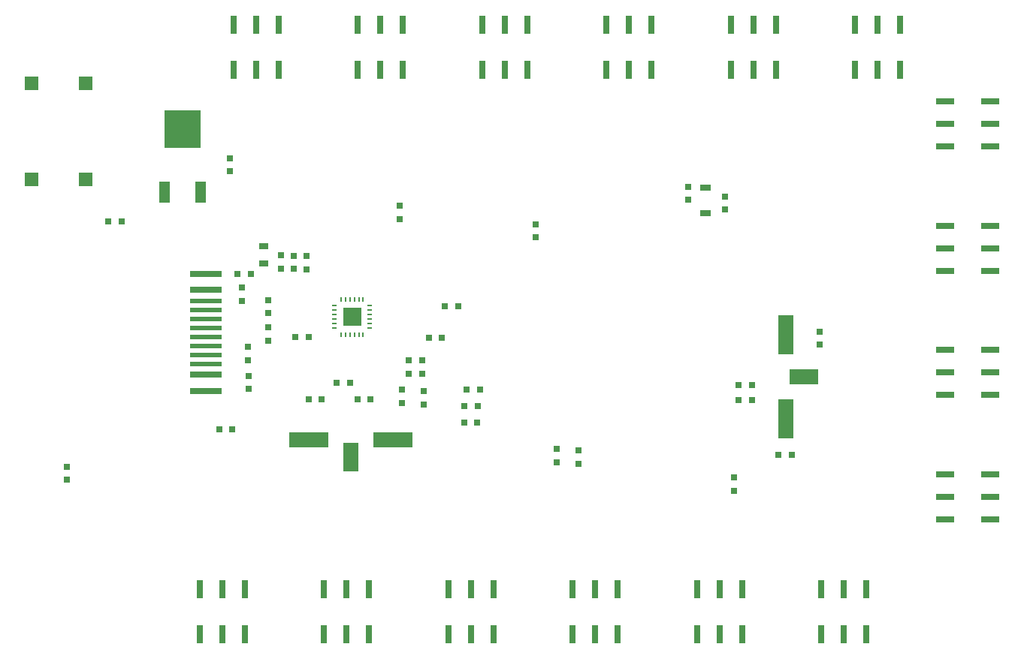
<source format=gtp>
G04 (created by PCBNEW (2013-08-24 BZR 4298)-stable) date Sat 25 Jan 2014 07:06:08 PM PST*
%MOIN*%
G04 Gerber Fmt 3.4, Leading zero omitted, Abs format*
%FSLAX34Y34*%
G01*
G70*
G90*
G04 APERTURE LIST*
%ADD10C,0.005906*%
%ADD11R,0.031200X0.080000*%
%ADD12R,0.080000X0.031200*%
%ADD13R,0.028320X0.031520*%
%ADD14R,0.031520X0.028320*%
%ADD15R,0.062960X0.062960*%
%ADD16R,0.144882X0.025512*%
%ADD17R,0.144882X0.019213*%
%ADD18R,0.176378X0.066142*%
%ADD19R,0.066142X0.125984*%
%ADD20R,0.066142X0.176378*%
%ADD21R,0.125984X0.066142*%
%ADD22R,0.047280X0.031520*%
%ADD23R,0.048800X0.031520*%
%ADD24R,0.044000X0.028000*%
%ADD25R,0.048000X0.096000*%
%ADD26R,0.160000X0.168000*%
%ADD27R,0.078720X0.078720*%
%ADD28O,0.007840X0.025200*%
%ADD29O,0.025200X0.007840*%
%ADD30R,0.004724X0.031520*%
%ADD31R,0.031520X0.004724*%
G04 APERTURE END LIST*
G54D10*
G54D11*
X19866Y-56118D03*
X20866Y-56118D03*
X21866Y-56118D03*
X21866Y-54118D03*
X20866Y-54118D03*
X19866Y-54118D03*
X25377Y-56118D03*
X26377Y-56118D03*
X27377Y-56118D03*
X27377Y-54118D03*
X26377Y-54118D03*
X25377Y-54118D03*
X30889Y-56118D03*
X31889Y-56118D03*
X32889Y-56118D03*
X32889Y-54118D03*
X31889Y-54118D03*
X30889Y-54118D03*
X36401Y-56118D03*
X37401Y-56118D03*
X38401Y-56118D03*
X38401Y-54118D03*
X37401Y-54118D03*
X36401Y-54118D03*
X41913Y-56118D03*
X42913Y-56118D03*
X43913Y-56118D03*
X43913Y-54118D03*
X42913Y-54118D03*
X41913Y-54118D03*
X47425Y-56118D03*
X48425Y-56118D03*
X49425Y-56118D03*
X49425Y-54118D03*
X48425Y-54118D03*
X47425Y-54118D03*
G54D12*
X52937Y-49000D03*
X52937Y-50000D03*
X52937Y-51000D03*
X54937Y-51000D03*
X54937Y-50000D03*
X54937Y-49000D03*
X52937Y-43488D03*
X52937Y-44488D03*
X52937Y-45488D03*
X54937Y-45488D03*
X54937Y-44488D03*
X54937Y-43488D03*
X52937Y-37976D03*
X52937Y-38976D03*
X52937Y-39976D03*
X54937Y-39976D03*
X54937Y-38976D03*
X54937Y-37976D03*
X52937Y-32464D03*
X52937Y-33464D03*
X52937Y-34464D03*
X54937Y-34464D03*
X54937Y-33464D03*
X54937Y-32464D03*
G54D11*
X48925Y-31052D03*
X49925Y-31052D03*
X50925Y-31052D03*
X50925Y-29052D03*
X49925Y-29052D03*
X48925Y-29052D03*
X43413Y-31052D03*
X44413Y-31052D03*
X45413Y-31052D03*
X45413Y-29052D03*
X44413Y-29052D03*
X43413Y-29052D03*
X37901Y-31052D03*
X38901Y-31052D03*
X39901Y-31052D03*
X39901Y-29052D03*
X38901Y-29052D03*
X37901Y-29052D03*
X32389Y-31052D03*
X33389Y-31052D03*
X34389Y-31052D03*
X34389Y-29052D03*
X33389Y-29052D03*
X32389Y-29052D03*
X26877Y-31052D03*
X27877Y-31052D03*
X28877Y-31052D03*
X28877Y-29052D03*
X27877Y-29052D03*
X26877Y-29052D03*
G54D13*
X44351Y-45059D03*
X43759Y-45059D03*
G54D14*
X43169Y-36672D03*
X43169Y-37264D03*
G54D15*
X12391Y-31649D03*
X14793Y-31649D03*
X12391Y-35911D03*
X14793Y-35911D03*
G54D14*
X28740Y-37089D03*
X28740Y-37681D03*
X23464Y-39294D03*
X23464Y-39886D03*
X28830Y-45851D03*
X28830Y-45259D03*
G54D16*
X20137Y-40102D03*
X20137Y-40826D03*
G54D17*
X20137Y-41299D03*
X20137Y-41700D03*
X20137Y-42503D03*
X20137Y-44102D03*
X20137Y-43299D03*
G54D16*
X20137Y-45299D03*
X20137Y-44574D03*
G54D17*
X20137Y-42901D03*
X20137Y-43700D03*
X20137Y-42102D03*
G54D18*
X28444Y-47476D03*
X24704Y-47476D03*
G54D19*
X26574Y-48263D03*
G54D20*
X45870Y-42814D03*
X45870Y-46555D03*
G54D21*
X46657Y-44685D03*
G54D13*
X24105Y-42925D03*
X24697Y-42925D03*
G54D22*
X42305Y-37426D03*
G54D23*
X42309Y-36274D03*
G54D24*
X22708Y-38888D03*
X22708Y-39638D03*
G54D14*
X29803Y-45906D03*
X29803Y-45314D03*
G54D13*
X27441Y-45681D03*
X26849Y-45681D03*
X24684Y-45688D03*
X25276Y-45688D03*
G54D14*
X24610Y-39322D03*
X24610Y-39914D03*
X24023Y-39302D03*
X24023Y-39894D03*
G54D13*
X15796Y-37765D03*
X16388Y-37765D03*
G54D14*
X34759Y-37904D03*
X34759Y-38496D03*
X21210Y-34969D03*
X21210Y-35561D03*
G54D13*
X30607Y-42960D03*
X30015Y-42960D03*
G54D14*
X35685Y-48477D03*
X35685Y-47885D03*
X36653Y-48547D03*
X36653Y-47955D03*
X41539Y-36235D03*
X41539Y-36827D03*
X43559Y-49736D03*
X43559Y-49144D03*
X47370Y-43264D03*
X47370Y-42672D03*
G54D13*
X46134Y-48161D03*
X45542Y-48161D03*
X44355Y-45720D03*
X43763Y-45720D03*
X32280Y-45232D03*
X31688Y-45232D03*
X32177Y-46728D03*
X31585Y-46728D03*
X32185Y-45988D03*
X31593Y-45988D03*
X25924Y-44940D03*
X26516Y-44940D03*
X29725Y-44535D03*
X29133Y-44535D03*
X29717Y-43948D03*
X29125Y-43948D03*
X31327Y-41539D03*
X30735Y-41539D03*
G54D14*
X22897Y-41862D03*
X22897Y-41270D03*
X22905Y-42475D03*
X22905Y-43067D03*
X22000Y-43945D03*
X22000Y-43353D03*
X22019Y-44633D03*
X22019Y-45225D03*
G54D13*
X21307Y-47019D03*
X20715Y-47019D03*
G54D14*
X13946Y-48670D03*
X13946Y-49262D03*
G54D13*
X22130Y-40106D03*
X21538Y-40106D03*
G54D14*
X21720Y-41323D03*
X21720Y-40731D03*
G54D11*
X21366Y-31052D03*
X22366Y-31052D03*
X23366Y-31052D03*
X23366Y-29052D03*
X22366Y-29052D03*
X21366Y-29052D03*
G54D25*
X18284Y-36491D03*
X19884Y-36491D03*
G54D26*
X19084Y-33691D03*
G54D27*
X26618Y-42019D03*
G54D28*
X26126Y-42806D03*
X26323Y-42806D03*
X26520Y-42806D03*
X26716Y-42806D03*
X26913Y-42806D03*
X27110Y-42806D03*
G54D29*
X27405Y-42511D03*
X27405Y-42314D03*
X27405Y-42117D03*
X27405Y-41921D03*
X27405Y-41724D03*
X27405Y-41527D03*
G54D28*
X27110Y-41232D03*
X26913Y-41232D03*
X26716Y-41232D03*
X26520Y-41232D03*
X26323Y-41232D03*
X26126Y-41232D03*
G54D29*
X25831Y-41527D03*
X25831Y-41724D03*
X25831Y-41921D03*
X25831Y-42117D03*
X25831Y-42314D03*
X25831Y-42511D03*
G54D30*
X36781Y-40293D03*
X36938Y-40293D03*
X37253Y-40293D03*
X37096Y-40293D03*
X37726Y-40293D03*
X37883Y-40293D03*
X37568Y-40293D03*
X37411Y-40293D03*
X38671Y-40293D03*
X38828Y-40293D03*
X38356Y-40293D03*
X38513Y-40293D03*
X38198Y-40293D03*
X38041Y-40293D03*
X39143Y-40293D03*
X38986Y-40293D03*
X40560Y-40293D03*
X39930Y-40293D03*
X40088Y-40293D03*
X40403Y-40293D03*
X40245Y-40293D03*
X39615Y-40293D03*
X39773Y-40293D03*
X39458Y-40293D03*
X39300Y-40293D03*
G54D31*
X41427Y-41164D03*
X41427Y-41321D03*
X41427Y-41636D03*
X41427Y-41478D03*
X41427Y-42108D03*
X41427Y-42266D03*
X41427Y-41951D03*
X41427Y-41793D03*
X41427Y-43053D03*
X41427Y-43211D03*
X41427Y-42738D03*
X41427Y-42896D03*
X41427Y-42581D03*
X41427Y-42423D03*
X41427Y-43526D03*
X41427Y-43368D03*
X41427Y-44943D03*
X41427Y-44313D03*
X41427Y-44471D03*
X41427Y-44786D03*
X41427Y-44628D03*
X41427Y-43998D03*
X41427Y-44156D03*
X41427Y-43841D03*
X41427Y-43683D03*
G54D30*
X39302Y-45809D03*
X39460Y-45809D03*
X39775Y-45809D03*
X39617Y-45809D03*
X40247Y-45809D03*
X40405Y-45809D03*
X40090Y-45809D03*
X39932Y-45809D03*
X40562Y-45809D03*
G54D31*
X35909Y-43681D03*
X35909Y-43839D03*
X35909Y-44154D03*
X35909Y-43996D03*
X35909Y-44626D03*
X35909Y-44784D03*
X35909Y-44469D03*
X35909Y-44311D03*
X35909Y-44941D03*
X35909Y-43366D03*
X35909Y-43524D03*
X35909Y-42421D03*
X35909Y-42579D03*
X35909Y-42894D03*
X35909Y-42736D03*
X35909Y-43209D03*
X35909Y-43051D03*
X35909Y-41791D03*
X35909Y-41949D03*
X35909Y-42264D03*
X35909Y-42106D03*
X35909Y-41476D03*
X35909Y-41634D03*
X35909Y-41319D03*
X35909Y-41162D03*
G54D30*
X38988Y-45809D03*
X39145Y-45809D03*
X38043Y-45809D03*
X38200Y-45809D03*
X38515Y-45809D03*
X38358Y-45809D03*
X38830Y-45809D03*
X38673Y-45809D03*
X37413Y-45809D03*
X37570Y-45809D03*
X37885Y-45809D03*
X37728Y-45809D03*
X37098Y-45809D03*
X37255Y-45809D03*
X36940Y-45809D03*
X36783Y-45809D03*
M02*

</source>
